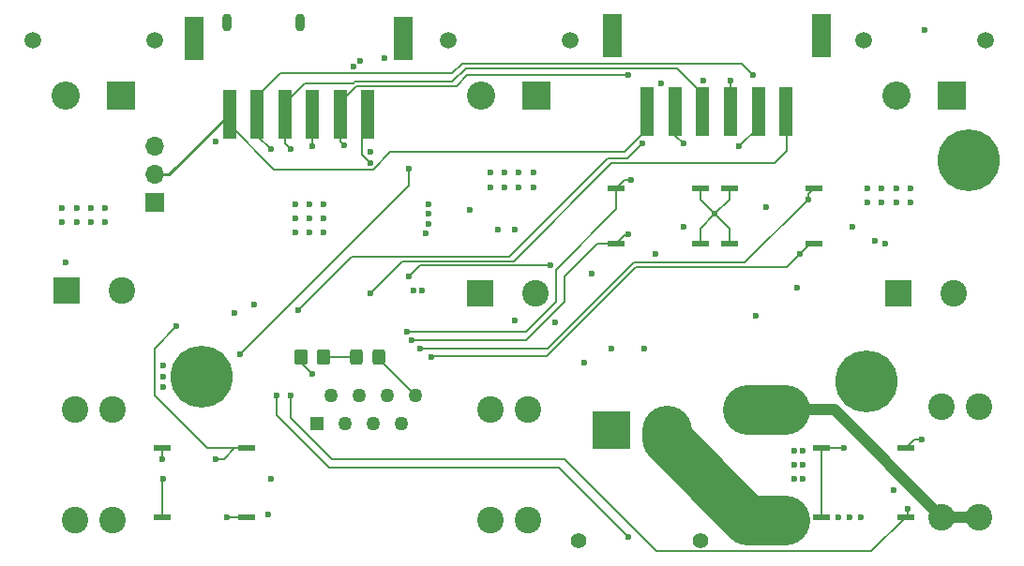
<source format=gtl>
%TF.GenerationSoftware,KiCad,Pcbnew,8.0.3-8.0.3-0~ubuntu22.04.1*%
%TF.CreationDate,2024-07-03T00:47:08-04:00*%
%TF.ProjectId,arm_drive_j3_4_5,61726d5f-6472-4697-9665-5f6a335f345f,rev?*%
%TF.SameCoordinates,Original*%
%TF.FileFunction,Copper,L1,Top*%
%TF.FilePolarity,Positive*%
%FSLAX46Y46*%
G04 Gerber Fmt 4.6, Leading zero omitted, Abs format (unit mm)*
G04 Created by KiCad (PCBNEW 8.0.3-8.0.3-0~ubuntu22.04.1) date 2024-07-03 00:47:08*
%MOMM*%
%LPD*%
G01*
G04 APERTURE LIST*
G04 Aperture macros list*
%AMRoundRect*
0 Rectangle with rounded corners*
0 $1 Rounding radius*
0 $2 $3 $4 $5 $6 $7 $8 $9 X,Y pos of 4 corners*
0 Add a 4 corners polygon primitive as box body*
4,1,4,$2,$3,$4,$5,$6,$7,$8,$9,$2,$3,0*
0 Add four circle primitives for the rounded corners*
1,1,$1+$1,$2,$3*
1,1,$1+$1,$4,$5*
1,1,$1+$1,$6,$7*
1,1,$1+$1,$8,$9*
0 Add four rect primitives between the rounded corners*
20,1,$1+$1,$2,$3,$4,$5,0*
20,1,$1+$1,$4,$5,$6,$7,0*
20,1,$1+$1,$6,$7,$8,$9,0*
20,1,$1+$1,$8,$9,$2,$3,0*%
G04 Aperture macros list end*
%TA.AperFunction,SMDPad,CuDef*%
%ADD10R,1.511300X0.609600*%
%TD*%
%TA.AperFunction,SMDPad,CuDef*%
%ADD11R,1.295400X4.495800*%
%TD*%
%TA.AperFunction,SMDPad,CuDef*%
%ADD12R,1.803400X3.911600*%
%TD*%
%TA.AperFunction,ComponentPad*%
%ADD13C,1.508000*%
%TD*%
%TA.AperFunction,ComponentPad*%
%ADD14R,2.550000X2.550000*%
%TD*%
%TA.AperFunction,ComponentPad*%
%ADD15C,2.550000*%
%TD*%
%TA.AperFunction,SMDPad,CuDef*%
%ADD16RoundRect,0.250000X0.350000X0.450000X-0.350000X0.450000X-0.350000X-0.450000X0.350000X-0.450000X0*%
%TD*%
%TA.AperFunction,ComponentPad*%
%ADD17C,2.400000*%
%TD*%
%TA.AperFunction,SMDPad,CuDef*%
%ADD18RoundRect,0.250000X0.325000X0.450000X-0.325000X0.450000X-0.325000X-0.450000X0.325000X-0.450000X0*%
%TD*%
%TA.AperFunction,ComponentPad*%
%ADD19R,2.400000X2.400000*%
%TD*%
%TA.AperFunction,ComponentPad*%
%ADD20R,1.700000X1.700000*%
%TD*%
%TA.AperFunction,ComponentPad*%
%ADD21O,1.700000X1.700000*%
%TD*%
%TA.AperFunction,ComponentPad*%
%ADD22C,3.600000*%
%TD*%
%TA.AperFunction,ConnectorPad*%
%ADD23C,5.600000*%
%TD*%
%TA.AperFunction,ComponentPad*%
%ADD24C,1.400000*%
%TD*%
%TA.AperFunction,ComponentPad*%
%ADD25R,3.500000X3.500000*%
%TD*%
%TA.AperFunction,ComponentPad*%
%ADD26C,3.500000*%
%TD*%
%TA.AperFunction,ComponentPad*%
%ADD27R,1.268000X1.268000*%
%TD*%
%TA.AperFunction,ComponentPad*%
%ADD28C,1.268000*%
%TD*%
%TA.AperFunction,ComponentPad*%
%ADD29C,0.600000*%
%TD*%
%TA.AperFunction,ComponentPad*%
%ADD30O,0.900000X1.600000*%
%TD*%
%TA.AperFunction,ViaPad*%
%ADD31C,0.600000*%
%TD*%
%TA.AperFunction,Conductor*%
%ADD32C,0.200000*%
%TD*%
%TA.AperFunction,Conductor*%
%ADD33C,0.240000*%
%TD*%
%TA.AperFunction,Conductor*%
%ADD34C,1.000000*%
%TD*%
%TA.AperFunction,Conductor*%
%ADD35C,4.500000*%
%TD*%
G04 APERTURE END LIST*
D10*
%TO.P,SW7,1*%
%TO.N,GND*%
X111856350Y-78520000D03*
%TO.P,SW7,2*%
%TO.N,PB_Grip_FWD*%
X119463650Y-78520000D03*
%TD*%
%TO.P,SW5,1*%
%TO.N,GND*%
X103606350Y-60020000D03*
%TO.P,SW5,2*%
%TO.N,PB_Diff_Right*%
X111213650Y-60020000D03*
%TD*%
D11*
%TO.P,J8,1*%
%TO.N,CS_ENC_DIFF_B*%
X108660000Y-48073801D03*
%TO.P,J8,2*%
%TO.N,MISO*%
X106160000Y-48073801D03*
%TO.P,J8,3*%
%TO.N,GND*%
X103660000Y-48073801D03*
%TO.P,J8,4*%
%TO.N,MOSI*%
X101160000Y-48073801D03*
%TO.P,J8,5*%
%TO.N,SCK*%
X98660000Y-48073801D03*
%TO.P,J8,6*%
%TO.N,+5V*%
X96160000Y-48073801D03*
D12*
%TO.P,J8,7*%
%TO.N,unconnected-(J8-Pad7)*%
X111859999Y-41273801D03*
%TO.P,J8,8*%
%TO.N,unconnected-(J8-Pad7)_0*%
X92960001Y-41273801D03*
%TD*%
D13*
%TO.P,J7,*%
%TO.N,*%
X40660000Y-41700750D03*
X51660000Y-41700750D03*
D14*
%TO.P,J7,1,+*%
%TO.N,Diff_A-*%
X48660000Y-46700750D03*
D15*
%TO.P,J7,2,-*%
%TO.N,Diff_A+*%
X43660000Y-46700750D03*
%TD*%
D16*
%TO.P,R2,1*%
%TO.N,Net-(D2-A)*%
X66910000Y-70270000D03*
%TO.P,R2,2*%
%TO.N,+3.3V*%
X64910000Y-70270000D03*
%TD*%
D10*
%TO.P,SW1,1*%
%TO.N,GND*%
X52356350Y-84770000D03*
%TO.P,SW1,2*%
%TO.N,EN_PB*%
X59963650Y-84770000D03*
%TD*%
D17*
%TO.P,F4,1*%
%TO.N,+24V*%
X108610000Y-75060000D03*
X105210000Y-75060000D03*
%TO.P,F4,2*%
%TO.N,Net-(J6-+)*%
X108610000Y-84980000D03*
X105210000Y-84980000D03*
%TD*%
D10*
%TO.P,SW6,1*%
%TO.N,GND*%
X103606350Y-55020000D03*
%TO.P,SW6,2*%
%TO.N,PB_Diff_Left*%
X111213650Y-55020000D03*
%TD*%
D13*
%TO.P,J3,*%
%TO.N,*%
X115660000Y-41700750D03*
X126660000Y-41700750D03*
D14*
%TO.P,J3,1,+*%
%TO.N,Diff_B-*%
X123660000Y-46700750D03*
D15*
%TO.P,J3,2,-*%
%TO.N,Diff_B+*%
X118660000Y-46700750D03*
%TD*%
D10*
%TO.P,SW3,1*%
%TO.N,GND*%
X100963650Y-60020000D03*
%TO.P,SW3,2*%
%TO.N,PB_Diff_Up*%
X93356350Y-60020000D03*
%TD*%
D18*
%TO.P,D2,1,K*%
%TO.N,GND*%
X71910000Y-70270000D03*
%TO.P,D2,2,A*%
%TO.N,Net-(D2-A)*%
X69860000Y-70270000D03*
%TD*%
D17*
%TO.P,F3,1*%
%TO.N,Net-(U7-V_{M})*%
X85360000Y-75060000D03*
X81960000Y-75060000D03*
%TO.P,F3,2*%
%TO.N,+24V*%
X85360000Y-84980000D03*
X81960000Y-84980000D03*
%TD*%
D19*
%TO.P,C7,1*%
%TO.N,Net-(U4-V_{M})*%
X43727841Y-64270000D03*
D17*
%TO.P,C7,2*%
%TO.N,GND*%
X48727841Y-64270000D03*
%TD*%
D20*
%TO.P,JP1,1,A*%
%TO.N,Net-(JP1-A)*%
X51660000Y-56295000D03*
D21*
%TO.P,JP1,2,C*%
%TO.N,+5V*%
X51660000Y-53755000D03*
%TO.P,JP1,3,B*%
%TO.N,+5V_USB*%
X51660000Y-51215000D03*
%TD*%
D22*
%TO.P,H4,1,1*%
%TO.N,GND*%
X115910000Y-72520000D03*
D23*
X115910000Y-72520000D03*
%TD*%
D13*
%TO.P,J4,*%
%TO.N,*%
X78160000Y-41700750D03*
X89160000Y-41700750D03*
D14*
%TO.P,J4,1,+*%
%TO.N,Grip-*%
X86160000Y-46700750D03*
D15*
%TO.P,J4,2,-*%
%TO.N,Grip+*%
X81160000Y-46700750D03*
%TD*%
D10*
%TO.P,SW4,1*%
%TO.N,GND*%
X100963650Y-55020000D03*
%TO.P,SW4,2*%
%TO.N,PB_Diff_Down*%
X93356350Y-55020000D03*
%TD*%
%TO.P,SW2,1*%
%TO.N,GND*%
X52356350Y-78520000D03*
%TO.P,SW2,2*%
%TO.N,GPIO_0*%
X59963650Y-78520000D03*
%TD*%
D24*
%TO.P,J6,*%
%TO.N,*%
X100910000Y-86845000D03*
X89910000Y-86845000D03*
D25*
%TO.P,J6,1,-*%
%TO.N,GND*%
X92910000Y-76845000D03*
D26*
%TO.P,J6,2,+*%
%TO.N,Net-(J6-+)*%
X97910000Y-76845000D03*
%TD*%
D27*
%TO.P,J2,1*%
%TO.N,CANH*%
X66290000Y-76270000D03*
D28*
%TO.P,J2,2*%
%TO.N,CANL*%
X67560000Y-73730000D03*
%TO.P,J2,3*%
%TO.N,unconnected-(J2-Pad3)*%
X68830000Y-76270000D03*
%TO.P,J2,4*%
%TO.N,unconnected-(J2-Pad4)*%
X70100000Y-73730000D03*
%TO.P,J2,5*%
%TO.N,unconnected-(J2-Pad5)*%
X71370000Y-76270000D03*
%TO.P,J2,6*%
%TO.N,unconnected-(J2-Pad6)*%
X72640000Y-73730000D03*
%TO.P,J2,7*%
%TO.N,+5V_USB*%
X73910000Y-76270000D03*
%TO.P,J2,8*%
%TO.N,GND*%
X75180000Y-73730000D03*
%TD*%
D17*
%TO.P,F2,1*%
%TO.N,Net-(U5-V_{M})*%
X126110000Y-74810000D03*
X122710000Y-74810000D03*
%TO.P,F2,2*%
%TO.N,+24V*%
X126110000Y-84730000D03*
X122710000Y-84730000D03*
%TD*%
D19*
%TO.P,C11,1*%
%TO.N,Net-(U7-V_{M})*%
X81086041Y-64520000D03*
D17*
%TO.P,C11,2*%
%TO.N,GND*%
X86086041Y-64520000D03*
%TD*%
D19*
%TO.P,C9,1*%
%TO.N,Net-(U5-V_{M})*%
X118836041Y-64520000D03*
D17*
%TO.P,C9,2*%
%TO.N,GND*%
X123836041Y-64520000D03*
%TD*%
D22*
%TO.P,H2,1,1*%
%TO.N,GND*%
X125160000Y-52520000D03*
D23*
X125160000Y-52520000D03*
%TD*%
D22*
%TO.P,H3,1,1*%
%TO.N,GND*%
X55910000Y-72020000D03*
D23*
X55910000Y-72020000D03*
%TD*%
D10*
%TO.P,SW8,1*%
%TO.N,GND*%
X111856350Y-84770000D03*
%TO.P,SW8,2*%
%TO.N,PB_Grip_REV*%
X119463650Y-84770000D03*
%TD*%
D17*
%TO.P,F1,1*%
%TO.N,Net-(U4-V_{M})*%
X47860000Y-75060000D03*
X44460000Y-75060000D03*
%TO.P,F1,2*%
%TO.N,+24V*%
X47860000Y-84980000D03*
X44460000Y-84980000D03*
%TD*%
D11*
%TO.P,J5,1*%
%TO.N,CS_ENC_DIFF_A*%
X70910000Y-48323801D03*
%TO.P,J5,2*%
%TO.N,MISO*%
X68410000Y-48323801D03*
%TO.P,J5,3*%
%TO.N,GND*%
X65910000Y-48323801D03*
%TO.P,J5,4*%
%TO.N,MOSI*%
X63410000Y-48323801D03*
%TO.P,J5,5*%
%TO.N,SCK*%
X60910000Y-48323801D03*
%TO.P,J5,6*%
%TO.N,+5V*%
X58410000Y-48323801D03*
D12*
%TO.P,J5,7*%
%TO.N,unconnected-(J5-Pad7)_0*%
X74109999Y-41523801D03*
%TO.P,J5,8*%
%TO.N,unconnected-(J5-Pad7)*%
X55210001Y-41523801D03*
%TD*%
D29*
%TO.P,U7,9,GND*%
%TO.N,GND*%
X81960000Y-54920000D03*
X83260000Y-54920000D03*
X84560000Y-54920000D03*
X85860000Y-54920000D03*
X81960000Y-53620000D03*
X83260000Y-53620000D03*
X84560000Y-53620000D03*
X85860000Y-53620000D03*
%TD*%
D30*
%TO.P,J1,6,Shield*%
%TO.N,GND*%
X58160000Y-40020000D03*
X64760000Y-40020000D03*
%TD*%
D29*
%TO.P,U4,9,GND*%
%TO.N,GND*%
X43305000Y-58120000D03*
X44605000Y-58120000D03*
X45905000Y-58120000D03*
X47205000Y-58120000D03*
X43305000Y-56820000D03*
X44605000Y-56820000D03*
X45905000Y-56820000D03*
X47205000Y-56820000D03*
%TD*%
%TO.P,U5,9,GND*%
%TO.N,GND*%
X116010000Y-56320000D03*
X117310000Y-56320000D03*
X118610000Y-56320000D03*
X119910000Y-56320000D03*
X116010000Y-55020000D03*
X117310000Y-55020000D03*
X118610000Y-55020000D03*
X119910000Y-55020000D03*
%TD*%
D31*
%TO.N,EN_PB*%
X59410000Y-70020000D03*
X58160000Y-84770000D03*
X74660000Y-53270000D03*
%TO.N,GND*%
X62160000Y-81270000D03*
X65660000Y-57770000D03*
X109660000Y-64020000D03*
X52360000Y-79520000D03*
X118410000Y-82270000D03*
X65910000Y-51270000D03*
X97410000Y-45520000D03*
X65660000Y-59020000D03*
X96910000Y-60970000D03*
X66910000Y-59020000D03*
X52410000Y-81270000D03*
X90410000Y-70770000D03*
X66910000Y-56520000D03*
X64410000Y-59020000D03*
X103660000Y-45270000D03*
X64410000Y-57770000D03*
X65660000Y-56520000D03*
X66910000Y-57770000D03*
X72410000Y-43270000D03*
X113910000Y-78520000D03*
X102260000Y-57370000D03*
X64410000Y-56520000D03*
X57160000Y-50770000D03*
X91160000Y-62770000D03*
X95910000Y-69520000D03*
%TO.N,GPIO_0*%
X57160000Y-79520000D03*
X53660000Y-67520000D03*
%TO.N,+5V*%
X115410000Y-84770000D03*
X52410000Y-73020000D03*
X113410000Y-84770000D03*
X52410000Y-71020000D03*
X52410000Y-72020000D03*
X114410000Y-84770000D03*
%TO.N,+3.3V*%
X110160000Y-78770000D03*
X71160000Y-51770000D03*
X65910000Y-71770000D03*
X61910000Y-84520000D03*
X84160000Y-67020000D03*
X121160000Y-40770000D03*
X114660000Y-58520000D03*
X109410000Y-80020000D03*
X105910000Y-66520000D03*
X109410000Y-78770000D03*
X110160000Y-80020000D03*
X106910000Y-56770000D03*
X109410000Y-81270000D03*
X43660000Y-61770000D03*
X110160000Y-81270000D03*
X80160000Y-57020000D03*
%TO.N,TXC*%
X58910000Y-66270000D03*
X92910000Y-69520000D03*
%TO.N,USB_P*%
X75786200Y-64270000D03*
X70176014Y-43503986D03*
%TO.N,USB_N*%
X69643986Y-44036014D03*
X75033800Y-64270000D03*
%TO.N,CS_ENC_DIFF_A*%
X71110735Y-52720735D03*
%TO.N,SCK*%
X105660000Y-44770000D03*
X62160000Y-51520000D03*
X99410000Y-51020000D03*
%TO.N,MISO*%
X94410000Y-44770000D03*
X104410000Y-51270000D03*
X68785000Y-51145000D03*
%TO.N,MOSI*%
X63910000Y-51520000D03*
%TO.N,CS_ENC_DIFF_B*%
X71160000Y-64520000D03*
%TO.N,PB_Diff_Up*%
X94410000Y-59170000D03*
X74910000Y-68770000D03*
%TO.N,PB_Diff_Down*%
X74410000Y-68020000D03*
X94660000Y-54270000D03*
%TO.N,PB_Diff_Right*%
X109910000Y-60970000D03*
X76660000Y-70270000D03*
%TO.N,PB_Diff_Left*%
X75660000Y-69520000D03*
X110660000Y-56020000D03*
%TO.N,PB_Grip_FWD*%
X62660000Y-73770000D03*
X120910000Y-77770000D03*
X94410000Y-86520000D03*
%TO.N,PB_Grip_REV*%
X119660000Y-84020000D03*
X63910000Y-73770000D03*
%TO.N,RXC*%
X87785000Y-67145000D03*
X60660000Y-65520000D03*
%TO.N,Diff_B_IN_1*%
X116660000Y-59770000D03*
X76410000Y-58270000D03*
%TO.N,Diff_B_IN_2*%
X76160000Y-59070003D03*
X117660000Y-60020000D03*
%TO.N,Grip_IN_2*%
X76385737Y-57344266D03*
X84160000Y-58770000D03*
%TO.N,Grip_IN_1*%
X82660000Y-58770000D03*
X76410000Y-56520000D03*
%TO.N,Net-(JP1-A)*%
X99410000Y-58520000D03*
%TO.N,CS_SWT_B_GRIP*%
X74660000Y-63020000D03*
X87410000Y-62020000D03*
%TO.N,CS_SWT_A_GRIP*%
X64660000Y-66020000D03*
X101210001Y-45270000D03*
X95661265Y-51021265D03*
%TD*%
D32*
%TO.N,EN_PB*%
X74660000Y-54770000D02*
X74660000Y-53270000D01*
X59410000Y-70020000D02*
X74660000Y-54770000D01*
X58160000Y-84770000D02*
X59963650Y-84770000D01*
%TO.N,GND*%
X100963650Y-56073650D02*
X100963650Y-55020000D01*
X102260000Y-57370000D02*
X100963650Y-58666350D01*
X102260000Y-57370000D02*
X103606350Y-58716350D01*
X103660000Y-48073801D02*
X103660000Y-45270000D01*
X111856350Y-78520000D02*
X113910000Y-78520000D01*
X52356350Y-84770000D02*
X52356350Y-81323650D01*
X71910000Y-70270000D02*
X71910000Y-70460000D01*
X103606350Y-56023650D02*
X103606350Y-55020000D01*
X102260000Y-57370000D02*
X103606350Y-56023650D01*
X52360000Y-78523650D02*
X52356350Y-78520000D01*
X52356350Y-81323650D02*
X52410000Y-81270000D01*
X52360000Y-79520000D02*
X52360000Y-78523650D01*
X71910000Y-70460000D02*
X75180000Y-73730000D01*
X65910000Y-48323801D02*
X65910000Y-51270000D01*
X111856350Y-84770000D02*
X111856350Y-78520000D01*
X102260000Y-57370000D02*
X100963650Y-56073650D01*
X103606350Y-58716350D02*
X103606350Y-60020000D01*
X100963650Y-58666350D02*
X100963650Y-60020000D01*
%TO.N,GPIO_0*%
X51660000Y-69520000D02*
X51660000Y-73770000D01*
X57910000Y-79520000D02*
X58910000Y-78520000D01*
X53660000Y-67520000D02*
X51660000Y-69520000D01*
X58910000Y-78520000D02*
X59963650Y-78520000D01*
X56410000Y-78520000D02*
X59963650Y-78520000D01*
X51660000Y-73770000D02*
X56410000Y-78520000D01*
X57160000Y-79520000D02*
X57910000Y-79520000D01*
%TO.N,+5V*%
X62460735Y-53320735D02*
X58410000Y-49270000D01*
X58410000Y-49270000D02*
X58410000Y-48323801D01*
X72909999Y-51770000D02*
X71359264Y-53320735D01*
X71359264Y-53320735D02*
X62460735Y-53320735D01*
X96160000Y-49674001D02*
X94064001Y-51770000D01*
X94064001Y-51770000D02*
X72909999Y-51770000D01*
D33*
X52978801Y-53755000D02*
X58410000Y-48323801D01*
X52978801Y-53755000D02*
X51660000Y-53755000D01*
D32*
X96160000Y-48073801D02*
X96160000Y-49674001D01*
D34*
%TO.N,+24V*%
X108610000Y-75060000D02*
X113040000Y-75060000D01*
X113040000Y-75060000D02*
X122710000Y-84730000D01*
D35*
X105210000Y-75060000D02*
X108610000Y-75060000D01*
D34*
X122710000Y-84730000D02*
X126110000Y-84730000D01*
D32*
%TO.N,+3.3V*%
X64910000Y-70770000D02*
X65910000Y-71770000D01*
X64910000Y-70270000D02*
X64910000Y-70770000D01*
%TO.N,Net-(D2-A)*%
X66910000Y-70270000D02*
X69860000Y-70270000D01*
%TO.N,CS_ENC_DIFF_A*%
X70410000Y-48823801D02*
X70910000Y-48323801D01*
X71110735Y-52720735D02*
X70410000Y-52020000D01*
X70410000Y-52020000D02*
X70410000Y-48823801D01*
%TO.N,SCK*%
X104660000Y-43770000D02*
X105660000Y-44770000D01*
X62160000Y-51520000D02*
X60910000Y-50270000D01*
X60910000Y-46723601D02*
X62997587Y-44636014D01*
X62997587Y-44636014D02*
X78543986Y-44636014D01*
X60910000Y-50270000D02*
X60910000Y-48323801D01*
X60910000Y-48323801D02*
X60910000Y-46723601D01*
X98660000Y-50270000D02*
X98660000Y-48073801D01*
X78543986Y-44636014D02*
X79410000Y-43770000D01*
X79410000Y-43770000D02*
X104660000Y-43770000D01*
X99410000Y-51020000D02*
X98660000Y-50270000D01*
%TO.N,MISO*%
X68785000Y-51145000D02*
X68410000Y-50770000D01*
X68410000Y-48323801D02*
X68410000Y-47270000D01*
X69904099Y-45775901D02*
X78904099Y-45775901D01*
X78904099Y-45775901D02*
X79910000Y-44770000D01*
X68410000Y-47270000D02*
X69904099Y-45775901D01*
X68410000Y-50770000D02*
X68410000Y-48323801D01*
X104410000Y-51270000D02*
X106160000Y-49520000D01*
X79910000Y-44770000D02*
X94410000Y-44770000D01*
X106160000Y-49520000D02*
X106160000Y-48073801D01*
%TO.N,MOSI*%
X65218201Y-45520000D02*
X69594314Y-45520000D01*
X79760000Y-44170000D02*
X98856399Y-44170000D01*
X98856399Y-44170000D02*
X101160000Y-46473601D01*
X63410000Y-48323801D02*
X63410000Y-51020000D01*
X63410000Y-47328201D02*
X65218201Y-45520000D01*
X101160000Y-46473601D02*
X101160000Y-48073801D01*
X69594314Y-45520000D02*
X69738413Y-45375901D01*
X63410000Y-48323801D02*
X63410000Y-47328201D01*
X78554099Y-45375901D02*
X79760000Y-44170000D01*
X63410000Y-51020000D02*
X63910000Y-51520000D01*
X69738413Y-45375901D02*
X78554099Y-45375901D01*
%TO.N,CS_ENC_DIFF_B*%
X84060000Y-61620000D02*
X74060000Y-61620000D01*
X108760000Y-51670000D02*
X107660000Y-52770000D01*
X92910000Y-52770000D02*
X84060000Y-61620000D01*
X108760000Y-48173801D02*
X108760000Y-51670000D01*
X74060000Y-61620000D02*
X71160000Y-64520000D01*
X108660000Y-48073801D02*
X108760000Y-48173801D01*
X107660000Y-52770000D02*
X92910000Y-52770000D01*
%TO.N,PB_Diff_Up*%
X85160000Y-68770000D02*
X88660000Y-65270000D01*
X74910000Y-68770000D02*
X85160000Y-68770000D01*
X88660000Y-65270000D02*
X88660000Y-63020000D01*
X94410000Y-59170000D02*
X94206350Y-59170000D01*
X91660000Y-60020000D02*
X93356350Y-60020000D01*
X88660000Y-63020000D02*
X91660000Y-60020000D01*
X94206350Y-59170000D02*
X93356350Y-60020000D01*
%TO.N,PB_Diff_Down*%
X94106350Y-54270000D02*
X93356350Y-55020000D01*
X93356350Y-56922179D02*
X87910000Y-62368529D01*
X85160000Y-68020000D02*
X74410000Y-68020000D01*
X93356350Y-55020000D02*
X93356350Y-56922179D01*
X94660000Y-54270000D02*
X94106350Y-54270000D01*
X87910000Y-65270000D02*
X85160000Y-68020000D01*
X87910000Y-62368529D02*
X87910000Y-65270000D01*
%TO.N,PB_Diff_Right*%
X95075686Y-62170000D02*
X108710000Y-62170000D01*
X87075686Y-70170000D02*
X95075686Y-62170000D01*
X108710000Y-62170000D02*
X109910000Y-60970000D01*
X76760000Y-70170000D02*
X87075686Y-70170000D01*
X110860000Y-60020000D02*
X109910000Y-60970000D01*
X111213650Y-60020000D02*
X110860000Y-60020000D01*
X76660000Y-70270000D02*
X76760000Y-70170000D01*
%TO.N,PB_Diff_Left*%
X110660000Y-55573650D02*
X111213650Y-55020000D01*
X87160000Y-69520000D02*
X75660000Y-69520000D01*
X94910000Y-61770000D02*
X87160000Y-69520000D01*
X110660000Y-56020000D02*
X104910000Y-61770000D01*
X104910000Y-61770000D02*
X94910000Y-61770000D01*
X110660000Y-56020000D02*
X110660000Y-55573650D01*
%TO.N,PB_Grip_FWD*%
X120910000Y-77770000D02*
X120213650Y-77770000D01*
X62660000Y-75520000D02*
X67410000Y-80270000D01*
X62660000Y-73770000D02*
X62660000Y-75520000D01*
X120213650Y-77770000D02*
X119463650Y-78520000D01*
X67410000Y-80270000D02*
X88160000Y-80270000D01*
X88160000Y-80270000D02*
X94410000Y-86520000D01*
%TO.N,PB_Grip_REV*%
X88660000Y-79520000D02*
X96985000Y-87845000D01*
X119660000Y-84020000D02*
X119660000Y-84573650D01*
X63910000Y-75758000D02*
X67672000Y-79520000D01*
X116388650Y-87845000D02*
X119463650Y-84770000D01*
X119660000Y-84573650D02*
X119463650Y-84770000D01*
X96985000Y-87845000D02*
X116388650Y-87845000D01*
X67672000Y-79520000D02*
X88660000Y-79520000D01*
X63910000Y-73770000D02*
X63910000Y-75758000D01*
D35*
%TO.N,Net-(J6-+)*%
X105210000Y-84980000D02*
X97910000Y-77680000D01*
X105210000Y-84980000D02*
X108610000Y-84980000D01*
X97910000Y-77680000D02*
X97910000Y-76845000D01*
D32*
%TO.N,CS_SWT_B_GRIP*%
X75660000Y-62020000D02*
X74660000Y-63020000D01*
X87410000Y-62020000D02*
X75660000Y-62020000D01*
%TO.N,CS_SWT_A_GRIP*%
X69460000Y-61220000D02*
X64660000Y-66020000D01*
X86410000Y-58520000D02*
X83710000Y-61220000D01*
X95661265Y-51021265D02*
X94312530Y-52370000D01*
X92560000Y-52370000D02*
X86410000Y-58520000D01*
X83710000Y-61220000D02*
X69460000Y-61220000D01*
X94312530Y-52370000D02*
X92560000Y-52370000D01*
%TD*%
M02*

</source>
